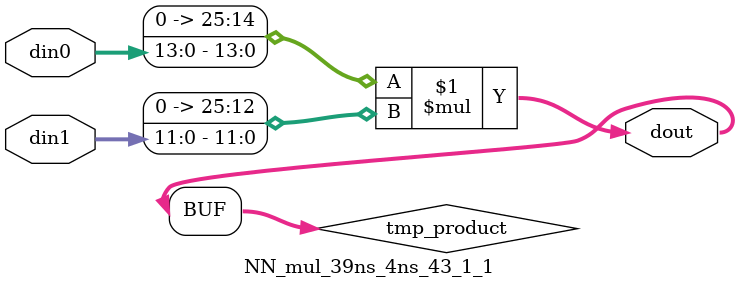
<source format=v>

`timescale 1 ns / 1 ps

 module NN_mul_39ns_4ns_43_1_1(din0, din1, dout);
parameter ID = 1;
parameter NUM_STAGE = 0;
parameter din0_WIDTH = 14;
parameter din1_WIDTH = 12;
parameter dout_WIDTH = 26;

input [din0_WIDTH - 1 : 0] din0; 
input [din1_WIDTH - 1 : 0] din1; 
output [dout_WIDTH - 1 : 0] dout;

wire signed [dout_WIDTH - 1 : 0] tmp_product;
























assign tmp_product = $signed({1'b0, din0}) * $signed({1'b0, din1});











assign dout = tmp_product;





















endmodule

</source>
